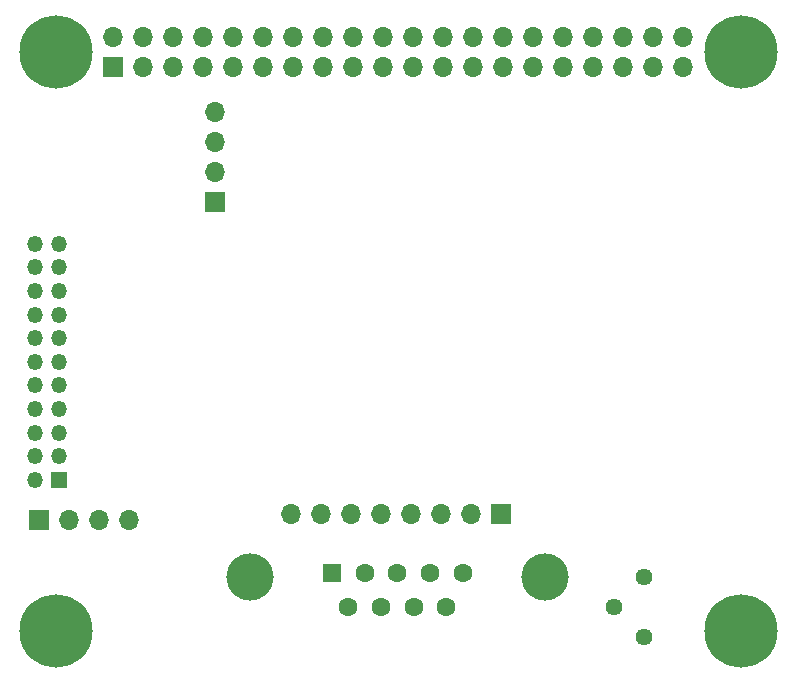
<source format=gbs>
G04 #@! TF.GenerationSoftware,KiCad,Pcbnew,5.99.0-unknown-632494c~88~ubuntu19.10.1*
G04 #@! TF.CreationDate,2020-05-12T07:32:40+02:00*
G04 #@! TF.ProjectId,MMDVM_RPT_Hat,4d4d4456-4d5f-4525-9054-5f4861742e6b,0.3*
G04 #@! TF.SameCoordinates,Original*
G04 #@! TF.FileFunction,Soldermask,Bot*
G04 #@! TF.FilePolarity,Negative*
%FSLAX46Y46*%
G04 Gerber Fmt 4.6, Leading zero omitted, Abs format (unit mm)*
G04 Created by KiCad (PCBNEW 5.99.0-unknown-632494c~88~ubuntu19.10.1) date 2020-05-12 07:32:40*
%MOMM*%
%LPD*%
G01*
G04 APERTURE LIST*
%ADD10O,1.350000X1.350000*%
%ADD11R,1.350000X1.350000*%
%ADD12C,6.200000*%
%ADD13C,4.000000*%
%ADD14C,1.600000*%
%ADD15R,1.600000X1.600000*%
%ADD16O,1.700000X1.700000*%
%ADD17R,1.700000X1.700000*%
%ADD18C,1.440000*%
G04 APERTURE END LIST*
D10*
X21200000Y-89000000D03*
X23200000Y-89000000D03*
X21200000Y-91000000D03*
X23200000Y-91000000D03*
X21200000Y-93000000D03*
X23200000Y-93000000D03*
X21200000Y-95000000D03*
X23200000Y-95000000D03*
X21200000Y-97000000D03*
X23200000Y-97000000D03*
X21200000Y-99000000D03*
X23200000Y-99000000D03*
X21200000Y-101000000D03*
X23200000Y-101000000D03*
X21200000Y-103000000D03*
X23200000Y-103000000D03*
X21200000Y-105000000D03*
X23200000Y-105000000D03*
X21200000Y-107000000D03*
X23200000Y-107000000D03*
X21200000Y-109000000D03*
D11*
X23200000Y-109000000D03*
D12*
X80900000Y-72800000D03*
X80900000Y-121800000D03*
X22900000Y-121800000D03*
X22900000Y-72800000D03*
D13*
X64340000Y-117200000D03*
X39340000Y-117200000D03*
D14*
X55995000Y-119740000D03*
X53225000Y-119740000D03*
X50455000Y-119740000D03*
X47685000Y-119740000D03*
X57380000Y-116900000D03*
X54610000Y-116900000D03*
X51840000Y-116900000D03*
X49070000Y-116900000D03*
D15*
X46300000Y-116900000D03*
D16*
X76030000Y-71530000D03*
X76030000Y-74070000D03*
X73490000Y-71530000D03*
X73490000Y-74070000D03*
X70950000Y-71530000D03*
X70950000Y-74070000D03*
X68410000Y-71530000D03*
X68410000Y-74070000D03*
X65870000Y-71530000D03*
X65870000Y-74070000D03*
X63330000Y-71530000D03*
X63330000Y-74070000D03*
X60790000Y-71530000D03*
X60790000Y-74070000D03*
X58250000Y-71530000D03*
X58250000Y-74070000D03*
X55710000Y-71530000D03*
X55710000Y-74070000D03*
X53170000Y-71530000D03*
X53170000Y-74070000D03*
X50630000Y-71530000D03*
X50630000Y-74070000D03*
X48090000Y-71530000D03*
X48090000Y-74070000D03*
X45550000Y-71530000D03*
X45550000Y-74070000D03*
X43010000Y-71530000D03*
X43010000Y-74070000D03*
X40470000Y-71530000D03*
X40470000Y-74070000D03*
X37930000Y-71530000D03*
X37930000Y-74070000D03*
X35390000Y-71530000D03*
X35390000Y-74070000D03*
X32850000Y-71530000D03*
X32850000Y-74070000D03*
X30310000Y-71530000D03*
X30310000Y-74070000D03*
X27770000Y-71530000D03*
D17*
X27770000Y-74070000D03*
X36400000Y-85500000D03*
D16*
X36400000Y-82960000D03*
X36400000Y-80420000D03*
X36400000Y-77880000D03*
X29120000Y-112400000D03*
X26580000Y-112400000D03*
X24040000Y-112400000D03*
D17*
X21500000Y-112400000D03*
D18*
X72700000Y-117210000D03*
X70160000Y-119750000D03*
X72700000Y-122290000D03*
D16*
X42820000Y-111900000D03*
X45360000Y-111900000D03*
X47900000Y-111900000D03*
X50440000Y-111900000D03*
X52980000Y-111900000D03*
X55520000Y-111900000D03*
X58060000Y-111900000D03*
D17*
X60600000Y-111900000D03*
M02*

</source>
